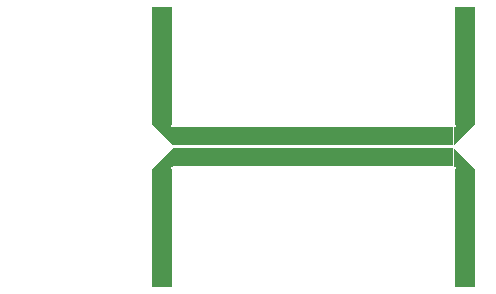
<source format=gbr>
G04 ===== Begin FILE IDENTIFICATION =====*
G04 File Format:  Gerber RS274X*
G04 ===== End FILE IDENTIFICATION =====*
%FSLAX24Y24*%
%MOIN*%
%SFA1.0000B1.0000*%
%OFA0.0B0.0*%
%ADD14R,0.937026X0.060861*%
%ADD15R,0.067159X0.393701*%
%LNcond*%
%IPPOS*%
%LPD*%
G75*
D14*
X4685Y-704D03*
Y0D03*
G36*
G01X-75Y380D02*
G01X-684D01*
G01X0Y-304D01*
G01Y304D01*
G01X-75D01*
G01Y380D01*
G37*
D15*
X-380Y2348D03*
G36*
G01X0Y-1009D02*
G01Y-400D01*
G01X-684Y-1084D01*
G01X-75D01*
G01Y-1009D01*
G01X0D01*
G37*
D15*
X-380Y-3053D03*
G36*
G01X9370Y304D02*
G01Y-304D01*
G01X10054Y380D01*
G01X9446D01*
G01Y304D01*
G01X9370D01*
G37*
D15*
X9750Y2348D03*
G36*
G01X9446Y-1084D02*
G01X10054D01*
G01X9370Y-400D01*
G01Y-1009D01*
G01X9446D01*
G01Y-1084D01*
G37*
D15*
X9750Y-3053D03*
M02*


</source>
